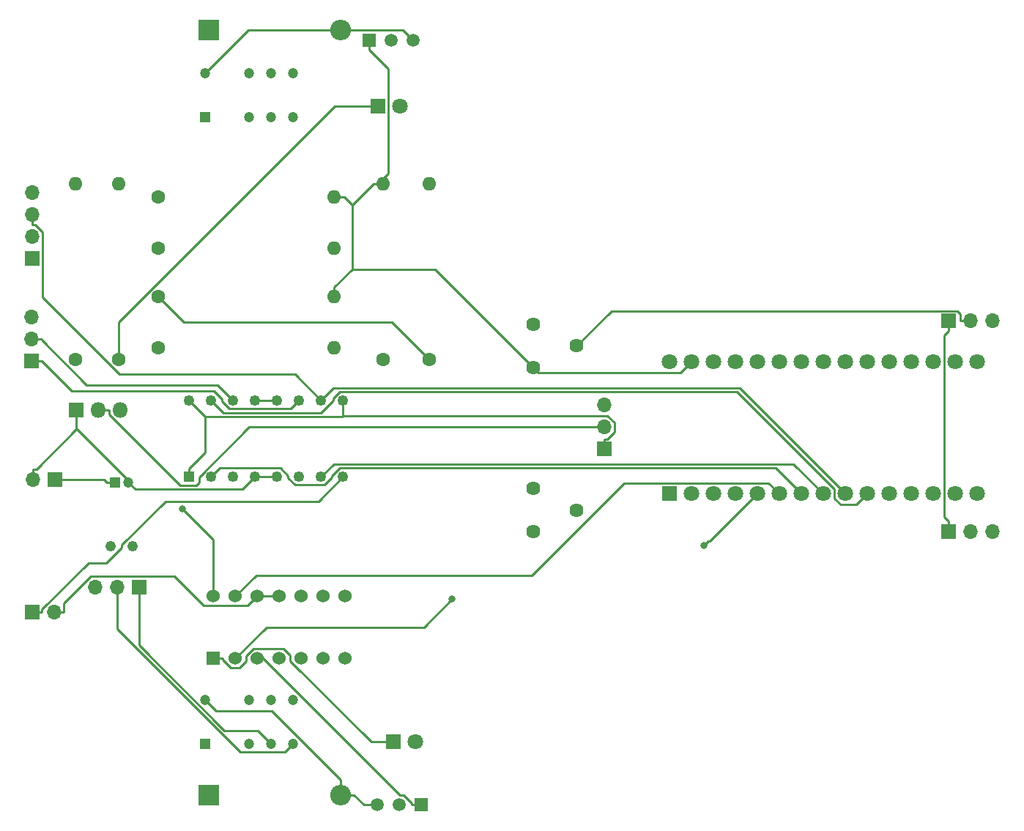
<source format=gbr>
G04 #@! TF.FileFunction,Copper,L1,Top,Signal*
%FSLAX46Y46*%
G04 Gerber Fmt 4.6, Leading zero omitted, Abs format (unit mm)*
G04 Created by KiCad (PCBNEW 4.0.6) date 03/10/20 06:56:11*
%MOMM*%
%LPD*%
G01*
G04 APERTURE LIST*
%ADD10C,0.100000*%
%ADD11R,1.200000X1.200000*%
%ADD12C,1.200000*%
%ADD13R,2.400000X2.400000*%
%ADD14O,2.400000X2.400000*%
%ADD15R,1.800000X1.800000*%
%ADD16C,1.800000*%
%ADD17C,1.210000*%
%ADD18R,1.700000X1.700000*%
%ADD19O,1.700000X1.700000*%
%ADD20C,1.520000*%
%ADD21R,1.520000X1.520000*%
%ADD22C,1.620000*%
%ADD23C,1.600000*%
%ADD24O,1.600000X1.600000*%
%ADD25R,1.524000X1.524000*%
%ADD26C,1.524000*%
%ADD27O,1.800000X1.800000*%
%ADD28R,1.250000X1.250000*%
%ADD29C,1.250000*%
%ADD30C,0.800000*%
%ADD31C,0.250000*%
G04 APERTURE END LIST*
D10*
D11*
X78668900Y-109286000D03*
D12*
X80168900Y-109286000D03*
D13*
X89500000Y-57000000D03*
D14*
X104740000Y-57000000D03*
D13*
X89500000Y-145440000D03*
D14*
X104740000Y-145440000D03*
D15*
X110810000Y-139309000D03*
D16*
X113350000Y-139309000D03*
D15*
X109000000Y-65826600D03*
D16*
X111540000Y-65826600D03*
D17*
X80690500Y-116662000D03*
X78150500Y-116662000D03*
D18*
X175000000Y-115000000D03*
D19*
X177540000Y-115000000D03*
X180080000Y-115000000D03*
D18*
X175000000Y-90637400D03*
D19*
X177540000Y-90637400D03*
X180080000Y-90637400D03*
D18*
X81391800Y-121402000D03*
D19*
X78851800Y-121402000D03*
X76311800Y-121402000D03*
D18*
X69011800Y-95300800D03*
D19*
X69011800Y-92760800D03*
X69011800Y-90220800D03*
D18*
X71668600Y-108941000D03*
D19*
X69128600Y-108941000D03*
D18*
X135179000Y-105461000D03*
D19*
X135179000Y-102921000D03*
X135179000Y-100381000D03*
D18*
X69027000Y-124333000D03*
D19*
X71567000Y-124333000D03*
D18*
X69037200Y-83439000D03*
D19*
X69037200Y-80899000D03*
X69037200Y-78359000D03*
X69037200Y-75819000D03*
D11*
X89050000Y-67040000D03*
D12*
X89050000Y-61960000D03*
X94130000Y-67040000D03*
X99210000Y-61960000D03*
X96670000Y-67040000D03*
X99210000Y-67040000D03*
X94130000Y-61960000D03*
X96670000Y-61960000D03*
D11*
X89050000Y-139540000D03*
D12*
X89050000Y-134460000D03*
X94130000Y-139540000D03*
X99210000Y-134460000D03*
X96670000Y-139540000D03*
X99210000Y-139540000D03*
X94130000Y-134460000D03*
X96670000Y-134460000D03*
D20*
X110540000Y-58186300D03*
X113080000Y-58186300D03*
D21*
X108000000Y-58186300D03*
D20*
X111460000Y-146568000D03*
X108920000Y-146568000D03*
D21*
X114000000Y-146568000D03*
D22*
X127000000Y-110000000D03*
X132000000Y-112500000D03*
X127000000Y-115000000D03*
X127000000Y-91000000D03*
X132000000Y-93500000D03*
X127000000Y-96000000D03*
D23*
X74102000Y-95086400D03*
D24*
X74102000Y-74766400D03*
D23*
X109611000Y-95086400D03*
D24*
X109611000Y-74766400D03*
D23*
X83664000Y-93700600D03*
D24*
X103984000Y-93700600D03*
D23*
X79055000Y-95086400D03*
D24*
X79055000Y-74766400D03*
D23*
X114950000Y-95086400D03*
D24*
X114950000Y-74766400D03*
D23*
X83664000Y-76306700D03*
D24*
X103984000Y-76306700D03*
D23*
X83664000Y-82230000D03*
D24*
X103984000Y-82230000D03*
D23*
X83664000Y-87818000D03*
D24*
X103984000Y-87818000D03*
D15*
X142720000Y-110620000D03*
D16*
X145260000Y-110620000D03*
X147800000Y-110620000D03*
X150340000Y-110620000D03*
X152880000Y-110620000D03*
X155420000Y-110620000D03*
X157960000Y-110620000D03*
X160500000Y-110620000D03*
X163040000Y-110620000D03*
X165580000Y-110620000D03*
X168120000Y-110620000D03*
X170660000Y-110620000D03*
X173200000Y-110620000D03*
X175740000Y-110620000D03*
X178280000Y-110620000D03*
X178280000Y-95380000D03*
X175740000Y-95380000D03*
X173200000Y-95380000D03*
X170660000Y-95380000D03*
X168120000Y-95380000D03*
X165580000Y-95380000D03*
X163040000Y-95380000D03*
X160500000Y-95380000D03*
X157960000Y-95380000D03*
X155420000Y-95380000D03*
X152880000Y-95380000D03*
X150340000Y-95380000D03*
X147800000Y-95380000D03*
X145260000Y-95380000D03*
X142720000Y-95380000D03*
D25*
X89992200Y-129654100D03*
D26*
X92532200Y-129654100D03*
X95072200Y-129654100D03*
X97612200Y-129654100D03*
X100152200Y-129654100D03*
X102692200Y-129654100D03*
X105232200Y-129654100D03*
X105232200Y-122465900D03*
X102692200Y-122465900D03*
X100152200Y-122465900D03*
X97612200Y-122465900D03*
X95072200Y-122465900D03*
X92532200Y-122465900D03*
X89992200Y-122465900D03*
X92532200Y-122465900D03*
D15*
X74188300Y-100970000D03*
D27*
X76728300Y-100970000D03*
X79268300Y-100970000D03*
D28*
X87223600Y-108642000D03*
D29*
X89763600Y-108642000D03*
X92303600Y-108642000D03*
X94843600Y-108642000D03*
X97383600Y-108642000D03*
X99923600Y-108642000D03*
X102463600Y-108642000D03*
X105003600Y-108642000D03*
X105003600Y-99842000D03*
X102463600Y-99842000D03*
X99923600Y-99842000D03*
X97383600Y-99842000D03*
X94843600Y-99842000D03*
X92303600Y-99842000D03*
X89763600Y-99842000D03*
X87223600Y-99842000D03*
D30*
X86436900Y-112344100D03*
X146748500Y-116586000D03*
X117614700Y-122796300D03*
D31*
X77398600Y-108941000D02*
X77743600Y-109286000D01*
X71668600Y-108941000D02*
X77398600Y-108941000D01*
X78668900Y-109286000D02*
X77743600Y-109286000D01*
X94843600Y-99842000D02*
X97383600Y-99842000D01*
X74188300Y-102195300D02*
X74188300Y-103146800D01*
X69569400Y-107765700D02*
X74188300Y-103146800D01*
X69128600Y-107765700D02*
X69569400Y-107765700D01*
X80168900Y-109066800D02*
X80168900Y-109286000D01*
X74248900Y-103146800D02*
X80168900Y-109066800D01*
X74188300Y-103146800D02*
X74248900Y-103146800D01*
X69128600Y-108941000D02*
X69128600Y-107765700D01*
X71567000Y-124333000D02*
X72742300Y-124333000D01*
X93962400Y-123575700D02*
X95072200Y-122465900D01*
X88892500Y-123575700D02*
X93962400Y-123575700D01*
X85486300Y-120169500D02*
X88892500Y-123575700D01*
X75877400Y-120169500D02*
X85486300Y-120169500D01*
X72742300Y-123304600D02*
X75877400Y-120169500D01*
X72742300Y-124333000D02*
X72742300Y-123304600D01*
X95072200Y-122465900D02*
X97612200Y-122465900D01*
X112914700Y-146432200D02*
X112914700Y-146568000D01*
X111965200Y-145482700D02*
X112914700Y-146432200D01*
X111545000Y-145482700D02*
X111965200Y-145482700D01*
X95716400Y-129654100D02*
X111545000Y-145482700D01*
X95072200Y-129654100D02*
X95716400Y-129654100D01*
X114000000Y-146568000D02*
X112914700Y-146568000D01*
X74188300Y-100970000D02*
X74188300Y-102195300D01*
X103984000Y-76306700D02*
X105109300Y-76306700D01*
X109611000Y-74766400D02*
X109048400Y-74766400D01*
X109048400Y-74766400D02*
X108485700Y-74766400D01*
X110225400Y-61497000D02*
X108000000Y-59271600D01*
X110225400Y-73589400D02*
X110225400Y-61497000D01*
X109048400Y-74766400D02*
X110225400Y-73589400D01*
X108000000Y-58186300D02*
X108000000Y-59271600D01*
X97383600Y-108642000D02*
X94843600Y-108642000D01*
X80967700Y-110084800D02*
X80168900Y-109286000D01*
X93400800Y-110084800D02*
X80967700Y-110084800D01*
X94843600Y-108642000D02*
X93400800Y-110084800D01*
X108485700Y-74766400D02*
X106027400Y-77224700D01*
X106027400Y-77224700D02*
X105109300Y-76306700D01*
X103984000Y-87818000D02*
X103984000Y-86692700D01*
X127607900Y-96607900D02*
X127000000Y-96000000D01*
X144032100Y-96607900D02*
X127607900Y-96607900D01*
X145260000Y-95380000D02*
X144032100Y-96607900D01*
X103984000Y-86692700D02*
X106027400Y-84649300D01*
X106027400Y-77224800D02*
X106027400Y-77224700D01*
X106027400Y-84649300D02*
X106027400Y-77224800D01*
X115649300Y-84649300D02*
X127000000Y-96000000D01*
X106027400Y-84649300D02*
X115649300Y-84649300D01*
X174497200Y-113321900D02*
X175000000Y-113824700D01*
X174497200Y-92315500D02*
X174497200Y-113321900D01*
X175000000Y-91812700D02*
X174497200Y-92315500D01*
X175000000Y-90637400D02*
X175000000Y-91812700D01*
X175000000Y-115000000D02*
X175000000Y-113824700D01*
X86605300Y-90759300D02*
X83664000Y-87818000D01*
X110622900Y-90759300D02*
X86605300Y-90759300D01*
X114950000Y-95086400D02*
X110622900Y-90759300D01*
X111893700Y-57000000D02*
X104740000Y-57000000D01*
X113080000Y-58186300D02*
X111893700Y-57000000D01*
X94010000Y-57000000D02*
X89050000Y-61960000D01*
X104740000Y-57000000D02*
X94010000Y-57000000D01*
X107393300Y-146568000D02*
X106265300Y-145440000D01*
X108920000Y-146568000D02*
X107393300Y-146568000D01*
X104740000Y-145440000D02*
X106265300Y-145440000D01*
X90309300Y-135719300D02*
X89050000Y-134460000D01*
X96775100Y-135719300D02*
X90309300Y-135719300D01*
X104740000Y-143684200D02*
X96775100Y-135719300D01*
X104740000Y-145440000D02*
X104740000Y-143684200D01*
X108247600Y-139309000D02*
X110810000Y-139309000D01*
X98882200Y-129943600D02*
X108247600Y-139309000D01*
X98882200Y-129322800D02*
X98882200Y-129943600D01*
X98088300Y-128528900D02*
X98882200Y-129322800D01*
X94649300Y-128528900D02*
X98088300Y-128528900D01*
X93802200Y-129376000D02*
X94649300Y-128528900D01*
X93802200Y-129971800D02*
X93802200Y-129376000D01*
X93027700Y-130746300D02*
X93802200Y-129971800D01*
X92035800Y-130746300D02*
X93027700Y-130746300D01*
X91079500Y-129790000D02*
X92035800Y-130746300D01*
X91079500Y-129654100D02*
X91079500Y-129790000D01*
X89992200Y-129654100D02*
X91079500Y-129654100D01*
X103996000Y-65826600D02*
X107774700Y-65826600D01*
X79055000Y-90767600D02*
X103996000Y-65826600D01*
X79055000Y-95086400D02*
X79055000Y-90767600D01*
X109000000Y-65826600D02*
X107774700Y-65826600D01*
X89992200Y-115899400D02*
X86436900Y-112344100D01*
X89992200Y-122465900D02*
X89992200Y-115899400D01*
X154193300Y-109393300D02*
X155420000Y-110620000D01*
X137477600Y-109393300D02*
X154193300Y-109393300D01*
X126813700Y-120057200D02*
X137477600Y-109393300D01*
X94940900Y-120057200D02*
X126813700Y-120057200D01*
X92532200Y-122465900D02*
X94940900Y-120057200D01*
X176364700Y-89829300D02*
X176364700Y-90637400D01*
X175997500Y-89462100D02*
X176364700Y-89829300D01*
X136037900Y-89462100D02*
X175997500Y-89462100D01*
X132000000Y-93500000D02*
X136037900Y-89462100D01*
X177540000Y-90637400D02*
X176364700Y-90637400D01*
X113157000Y-126060000D02*
X114351000Y-126060000D01*
X147224550Y-116109950D02*
X147390050Y-116109950D01*
X146748500Y-116586000D02*
X147224550Y-116109950D01*
X114351000Y-126060000D02*
X117614700Y-122796300D01*
X147390050Y-116109950D02*
X152880000Y-110620000D01*
X96126300Y-126060000D02*
X113157000Y-126060000D01*
X92532200Y-129654100D02*
X96126300Y-126060000D01*
X81391800Y-128147700D02*
X81391800Y-121402000D01*
X91233700Y-137989600D02*
X81391800Y-128147700D01*
X95119600Y-137989600D02*
X91233700Y-137989600D01*
X96670000Y-139540000D02*
X95119600Y-137989600D01*
X98244600Y-140505400D02*
X99210000Y-139540000D01*
X93100700Y-140505400D02*
X98244600Y-140505400D01*
X78851800Y-126256500D02*
X93100700Y-140505400D01*
X78851800Y-121402000D02*
X78851800Y-126256500D01*
X69011800Y-95300800D02*
X70187100Y-95300800D01*
X98970900Y-100794700D02*
X99923600Y-99842000D01*
X91883600Y-100794700D02*
X98970900Y-100794700D01*
X91033700Y-99944800D02*
X91883600Y-100794700D01*
X91033700Y-99689200D02*
X91033700Y-99944800D01*
X90098200Y-98753700D02*
X91033700Y-99689200D01*
X73640000Y-98753700D02*
X90098200Y-98753700D01*
X70187100Y-95300800D02*
X73640000Y-98753700D01*
X69011800Y-92760800D02*
X70187100Y-92760800D01*
X90480800Y-98019200D02*
X92303600Y-99842000D01*
X75372000Y-98019200D02*
X90480800Y-98019200D01*
X70187100Y-92834300D02*
X75372000Y-98019200D01*
X70187100Y-92760800D02*
X70187100Y-92834300D01*
X89077100Y-105838200D02*
X87223600Y-107691700D01*
X89077100Y-101695500D02*
X89077100Y-105838200D01*
X87223600Y-99842000D02*
X89077100Y-101695500D01*
X87223600Y-108642000D02*
X87223600Y-107691700D01*
X135179000Y-105461000D02*
X135179000Y-104285700D01*
X105003600Y-101582800D02*
X105003600Y-99842000D01*
X104890900Y-101695500D02*
X105003600Y-101582800D01*
X89077100Y-101695500D02*
X104890900Y-101695500D01*
X135546400Y-104285700D02*
X135179000Y-104285700D01*
X136354300Y-103477800D02*
X135546400Y-104285700D01*
X136354300Y-102405500D02*
X136354300Y-103477800D01*
X135531600Y-101582800D02*
X136354300Y-102405500D01*
X105003600Y-101582800D02*
X135531600Y-101582800D01*
X76728300Y-100970000D02*
X77953600Y-100970000D01*
X77953600Y-101429500D02*
X77953600Y-100970000D01*
X86154500Y-109630400D02*
X77953600Y-101429500D01*
X88004000Y-109630400D02*
X86154500Y-109630400D01*
X88334300Y-109300100D02*
X88004000Y-109630400D01*
X88334300Y-108696800D02*
X88334300Y-109300100D01*
X94110100Y-102921000D02*
X88334300Y-108696800D01*
X135179000Y-102921000D02*
X94110100Y-102921000D01*
X70202300Y-123965700D02*
X70202300Y-124333000D01*
X75577300Y-118590700D02*
X70202300Y-123965700D01*
X77639900Y-118590700D02*
X75577300Y-118590700D01*
X79420600Y-116810000D02*
X77639900Y-118590700D01*
X79420600Y-116549200D02*
X79420600Y-116810000D01*
X84479500Y-111490300D02*
X79420600Y-116549200D01*
X102155300Y-111490300D02*
X84479500Y-111490300D01*
X105003600Y-108642000D02*
X102155300Y-111490300D01*
X69027000Y-124333000D02*
X70202300Y-124333000D01*
X154979400Y-107639400D02*
X157960000Y-110620000D01*
X104655600Y-107639400D02*
X154979400Y-107639400D01*
X103733700Y-108561300D02*
X104655600Y-107639400D01*
X103733700Y-108727400D02*
X103733700Y-108561300D01*
X102868500Y-109592600D02*
X103733700Y-108727400D01*
X99424200Y-109592600D02*
X102868500Y-109592600D01*
X98653600Y-108822000D02*
X99424200Y-109592600D01*
X98653600Y-108565000D02*
X98653600Y-108822000D01*
X97729400Y-107640800D02*
X98653600Y-108565000D01*
X90764800Y-107640800D02*
X97729400Y-107640800D01*
X89763600Y-108642000D02*
X90764800Y-107640800D01*
X157069000Y-107189000D02*
X160500000Y-110620000D01*
X103916600Y-107189000D02*
X157069000Y-107189000D01*
X102463600Y-108642000D02*
X103916600Y-107189000D01*
X150828500Y-98408500D02*
X163040000Y-110620000D01*
X103897100Y-98408500D02*
X150828500Y-98408500D01*
X102463600Y-99842000D02*
X103897100Y-98408500D01*
X69037200Y-78359000D02*
X69037200Y-79534300D01*
X69404600Y-79534300D02*
X69037200Y-79534300D01*
X70212500Y-80342200D02*
X69404600Y-79534300D01*
X70212500Y-87859300D02*
X70212500Y-80342200D01*
X79177700Y-96824500D02*
X70212500Y-87859300D01*
X99446100Y-96824500D02*
X79177700Y-96824500D01*
X102463600Y-99842000D02*
X99446100Y-96824500D01*
X164314100Y-111885900D02*
X165580000Y-110620000D01*
X162512100Y-111885900D02*
X164314100Y-111885900D01*
X161770000Y-111143800D02*
X162512100Y-111885900D01*
X161770000Y-110109400D02*
X161770000Y-111143800D01*
X150519400Y-98858800D02*
X161770000Y-110109400D01*
X104592000Y-98858800D02*
X150519400Y-98858800D01*
X103892800Y-99558000D02*
X104592000Y-98858800D01*
X103892800Y-99791200D02*
X103892800Y-99558000D01*
X102438900Y-101245100D02*
X103892800Y-99791200D01*
X91166700Y-101245100D02*
X102438900Y-101245100D01*
X89763600Y-99842000D02*
X91166700Y-101245100D01*
M02*

</source>
